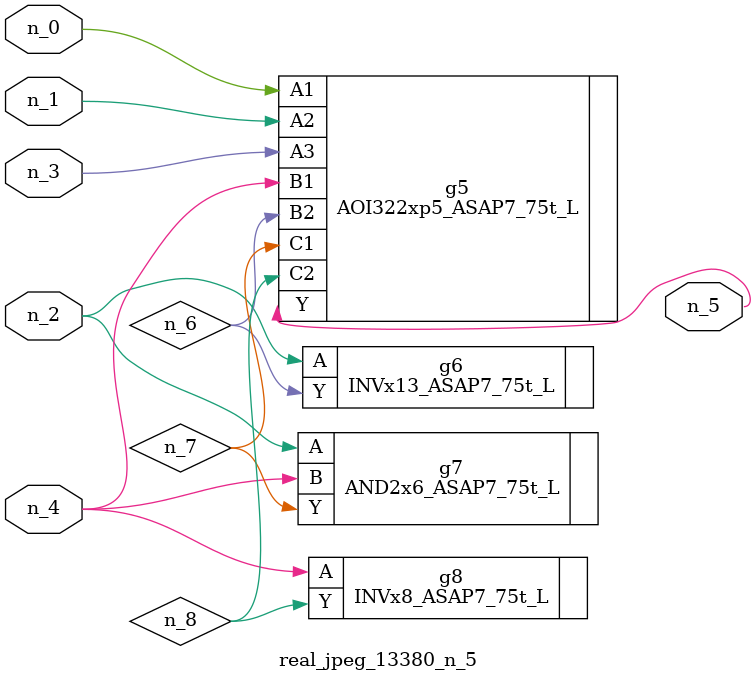
<source format=v>
module real_jpeg_13380_n_5 (n_4, n_0, n_1, n_2, n_3, n_5);

input n_4;
input n_0;
input n_1;
input n_2;
input n_3;

output n_5;

wire n_8;
wire n_6;
wire n_7;

AOI322xp5_ASAP7_75t_L g5 ( 
.A1(n_0),
.A2(n_1),
.A3(n_3),
.B1(n_4),
.B2(n_6),
.C1(n_7),
.C2(n_8),
.Y(n_5)
);

INVx13_ASAP7_75t_L g6 ( 
.A(n_2),
.Y(n_6)
);

AND2x6_ASAP7_75t_L g7 ( 
.A(n_2),
.B(n_4),
.Y(n_7)
);

INVx8_ASAP7_75t_L g8 ( 
.A(n_4),
.Y(n_8)
);


endmodule
</source>
